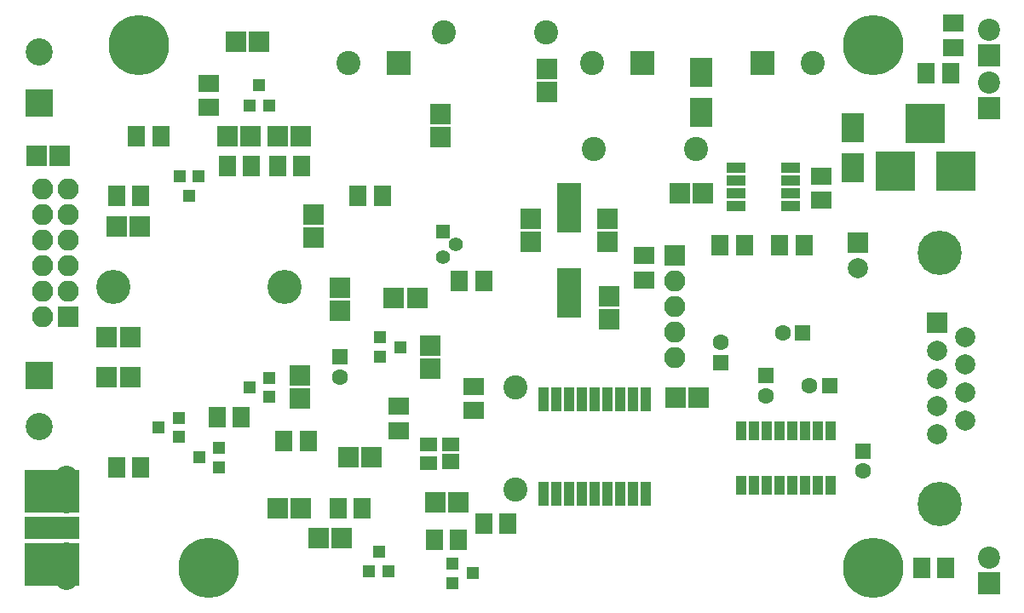
<source format=gts>
G04 #@! TF.FileFunction,Soldermask,Top*
%FSLAX46Y46*%
G04 Gerber Fmt 4.6, Leading zero omitted, Abs format (unit mm)*
G04 Created by KiCad (PCBNEW 4.0.7-e2-6376~58~ubuntu14.04.1) date Mon Feb 17 06:04:18 2020*
%MOMM*%
%LPD*%
G01*
G04 APERTURE LIST*
%ADD10C,0.100000*%
%ADD11R,2.200000X2.200000*%
%ADD12C,2.200000*%
%ADD13R,2.700000X2.700000*%
%ADD14C,2.700000*%
%ADD15R,2.000000X2.000000*%
%ADD16C,2.000000*%
%ADD17R,2.400000X2.400000*%
%ADD18C,2.400000*%
%ADD19R,1.600000X1.600000*%
%ADD20C,1.600000*%
%ADD21R,2.200000X2.900000*%
%ADD22R,1.300000X1.200000*%
%ADD23R,1.200000X1.300000*%
%ADD24R,5.400000X2.200000*%
%ADD25R,5.400000X4.360000*%
%ADD26R,3.900120X3.900120*%
%ADD27C,3.399740*%
%ADD28C,2.398980*%
%ADD29R,1.800000X1.600000*%
%ADD30R,1.800000X1.400000*%
%ADD31R,2.100000X1.800000*%
%ADD32R,1.800000X2.100000*%
%ADD33C,4.400000*%
%ADD34R,1.000000X2.400000*%
%ADD35R,1.000000X1.900000*%
%ADD36R,2.400000X4.900000*%
%ADD37R,2.100000X2.100000*%
%ADD38O,2.100000X2.100000*%
%ADD39R,1.950000X1.000000*%
%ADD40C,6.000000*%
%ADD41C,1.400000*%
%ADD42R,1.400000X1.400000*%
G04 APERTURE END LIST*
D10*
D11*
X159500000Y-34250000D03*
D12*
X159500000Y-31710000D03*
D13*
X65090000Y-60800000D03*
D14*
X65090000Y-65870000D03*
D15*
X146510000Y-47630000D03*
D16*
X146510000Y-50130000D03*
D15*
X115600000Y-30350000D03*
X115600000Y-32650000D03*
D17*
X137000000Y-29780000D03*
D18*
X142000000Y-29780000D03*
D15*
X131090000Y-42710000D03*
X128790000Y-42710000D03*
D17*
X125060000Y-29780000D03*
D18*
X120060000Y-29780000D03*
D19*
X95000000Y-59000000D03*
D20*
X95000000Y-61000000D03*
D17*
X100850000Y-29780000D03*
D18*
X95850000Y-29780000D03*
D15*
X105000000Y-34850000D03*
X105000000Y-37150000D03*
D21*
X130870000Y-34670000D03*
X130870000Y-30670000D03*
D22*
X99000000Y-57050000D03*
X99000000Y-58950000D03*
X101000000Y-58000000D03*
D23*
X97910000Y-80330000D03*
X99810000Y-80330000D03*
X98860000Y-78330000D03*
D21*
X146000000Y-40200000D03*
X146000000Y-36200000D03*
D12*
X67857000Y-81080000D03*
X67857000Y-70920000D03*
D24*
X66350000Y-76000000D03*
D25*
X66350000Y-72380000D03*
X66350000Y-79620000D03*
D12*
X67857000Y-78540000D03*
X67857000Y-73460000D03*
X67857000Y-76000000D03*
D26*
X150199860Y-40500000D03*
X156199340Y-40500000D03*
X153199600Y-35801000D03*
D27*
X89498840Y-52000000D03*
X72501160Y-52000000D03*
D28*
X130391260Y-38280000D03*
X120231260Y-38280000D03*
X115501260Y-26750000D03*
X105341260Y-26750000D03*
D22*
X79000000Y-66950000D03*
X79000000Y-65050000D03*
X77000000Y-66000000D03*
X83000000Y-69950000D03*
X83000000Y-68050000D03*
X81000000Y-69000000D03*
X88000000Y-62950000D03*
X88000000Y-61050000D03*
X86000000Y-62000000D03*
D29*
X105980000Y-69370000D03*
D30*
X105980000Y-67650000D03*
X103780000Y-67650000D03*
X103780000Y-69550000D03*
D22*
X106190000Y-79560000D03*
X106190000Y-81460000D03*
X108190000Y-80510000D03*
D31*
X142810000Y-41010000D03*
X142810000Y-43410000D03*
D32*
X138730000Y-47890000D03*
X141130000Y-47890000D03*
X135200000Y-47890000D03*
X132800000Y-47890000D03*
D19*
X143675000Y-61850000D03*
D20*
X141675000Y-61850000D03*
D15*
X121750000Y-52925000D03*
X121750000Y-55225000D03*
D19*
X141020000Y-56590000D03*
D20*
X139020000Y-56590000D03*
D19*
X137370000Y-60870000D03*
D20*
X137370000Y-62870000D03*
D15*
X114000000Y-45250000D03*
X114000000Y-47550000D03*
D19*
X146975000Y-68350000D03*
D20*
X146975000Y-70350000D03*
D15*
X121600000Y-45250000D03*
X121600000Y-47550000D03*
X154350000Y-55600000D03*
D16*
X154350000Y-58370000D03*
X154350000Y-61140000D03*
X154350000Y-63910000D03*
X154350000Y-66680000D03*
X157190000Y-56985000D03*
X157190000Y-59755000D03*
X157190000Y-62525000D03*
X157190000Y-65295000D03*
D33*
X154650000Y-73640000D03*
X154650000Y-48640000D03*
D31*
X125200000Y-51320000D03*
X125200000Y-48920000D03*
D34*
X115220000Y-72600000D03*
X116490000Y-72600000D03*
X117760000Y-72600000D03*
X119030000Y-72600000D03*
X120300000Y-72600000D03*
X121570000Y-72600000D03*
X122840000Y-72600000D03*
X124110000Y-72600000D03*
X125380000Y-72600000D03*
X125380000Y-63200000D03*
X124110000Y-63200000D03*
X122840000Y-63200000D03*
X121570000Y-63200000D03*
X120300000Y-63200000D03*
X119030000Y-63200000D03*
X117760000Y-63200000D03*
X116490000Y-63200000D03*
X115220000Y-63200000D03*
D35*
X143745000Y-66375000D03*
X142475000Y-66375000D03*
X141205000Y-66375000D03*
X139935000Y-66375000D03*
X138665000Y-66375000D03*
X137395000Y-66375000D03*
X136125000Y-66375000D03*
X134855000Y-66375000D03*
X134855000Y-71775000D03*
X136125000Y-71775000D03*
X137395000Y-71775000D03*
X138665000Y-71775000D03*
X139935000Y-71775000D03*
X141205000Y-71775000D03*
X142475000Y-71775000D03*
X143745000Y-71775000D03*
D36*
X117800000Y-52625000D03*
X117800000Y-44125000D03*
D37*
X128240000Y-48920000D03*
D38*
X128240000Y-51460000D03*
X128240000Y-54000000D03*
X128240000Y-56540000D03*
X128240000Y-59080000D03*
D15*
X106760000Y-73450000D03*
X104460000Y-73450000D03*
X95010000Y-52070000D03*
X95010000Y-54370000D03*
D32*
X104410000Y-77130000D03*
X106810000Y-77130000D03*
X109280000Y-75550000D03*
X111680000Y-75550000D03*
D28*
X112490000Y-62058740D03*
X112490000Y-72218740D03*
D15*
X104000000Y-57850000D03*
X104000000Y-60150000D03*
D31*
X108310000Y-61890000D03*
X108310000Y-64290000D03*
D15*
X95850000Y-69000000D03*
X98150000Y-69000000D03*
D31*
X100810000Y-66310000D03*
X100810000Y-63910000D03*
D32*
X89440000Y-67340000D03*
X91840000Y-67340000D03*
D15*
X91000000Y-60850000D03*
X91000000Y-63150000D03*
D32*
X82800000Y-65000000D03*
X85200000Y-65000000D03*
D15*
X88850000Y-74000000D03*
X91150000Y-74000000D03*
X92850000Y-77000000D03*
X95150000Y-77000000D03*
D32*
X72800000Y-69950000D03*
X75200000Y-69950000D03*
X94800000Y-74000000D03*
X97200000Y-74000000D03*
D15*
X74150000Y-61000000D03*
X71850000Y-61000000D03*
X74150000Y-57000000D03*
X71850000Y-57000000D03*
D39*
X134370000Y-40175000D03*
X134370000Y-41445000D03*
X134370000Y-42715000D03*
X134370000Y-43985000D03*
X139770000Y-43985000D03*
X139770000Y-42715000D03*
X139770000Y-41445000D03*
X139770000Y-40175000D03*
D11*
X159500000Y-81500000D03*
D12*
X159500000Y-78960000D03*
D11*
X159500000Y-29000000D03*
D12*
X159500000Y-26460000D03*
D32*
X152800000Y-80000000D03*
X155200000Y-80000000D03*
D31*
X156000000Y-28200000D03*
X156000000Y-25800000D03*
D32*
X153300000Y-30750000D03*
X155700000Y-30750000D03*
D40*
X82000000Y-80000000D03*
X148000000Y-80000000D03*
X148000000Y-28000000D03*
X75000000Y-28000000D03*
D15*
X64850000Y-39000000D03*
X67150000Y-39000000D03*
X86150000Y-37000000D03*
X83850000Y-37000000D03*
X91150000Y-37000000D03*
X88850000Y-37000000D03*
X92400000Y-47150000D03*
X92400000Y-44850000D03*
X72850000Y-46000000D03*
X75150000Y-46000000D03*
D23*
X86050000Y-34000000D03*
X87950000Y-34000000D03*
X87000000Y-32000000D03*
X80950000Y-41000000D03*
X79050000Y-41000000D03*
X80000000Y-43000000D03*
D32*
X99200000Y-43000000D03*
X96800000Y-43000000D03*
D31*
X82000000Y-31800000D03*
X82000000Y-34200000D03*
D32*
X77200000Y-37000000D03*
X74800000Y-37000000D03*
X88800000Y-40000000D03*
X91200000Y-40000000D03*
X86200000Y-40000000D03*
X83800000Y-40000000D03*
X75200000Y-43000000D03*
X72800000Y-43000000D03*
D13*
X65090000Y-33730000D03*
D14*
X65090000Y-28660000D03*
D37*
X68000000Y-55000000D03*
D38*
X65460000Y-55000000D03*
X68000000Y-52460000D03*
X65460000Y-52460000D03*
X68000000Y-49920000D03*
X65460000Y-49920000D03*
X68000000Y-47380000D03*
X65460000Y-47380000D03*
X68000000Y-44840000D03*
X65460000Y-44840000D03*
X68000000Y-42300000D03*
X65460000Y-42300000D03*
D15*
X102670000Y-53140000D03*
X100370000Y-53140000D03*
D32*
X106880000Y-51400000D03*
X109280000Y-51400000D03*
D41*
X106520000Y-47770000D03*
X105250000Y-49040000D03*
D42*
X105250000Y-46500000D03*
D15*
X130680000Y-63060000D03*
X128380000Y-63060000D03*
D19*
X132830000Y-59570000D03*
D20*
X132830000Y-57570000D03*
D15*
X84650000Y-27600000D03*
X86950000Y-27600000D03*
M02*

</source>
